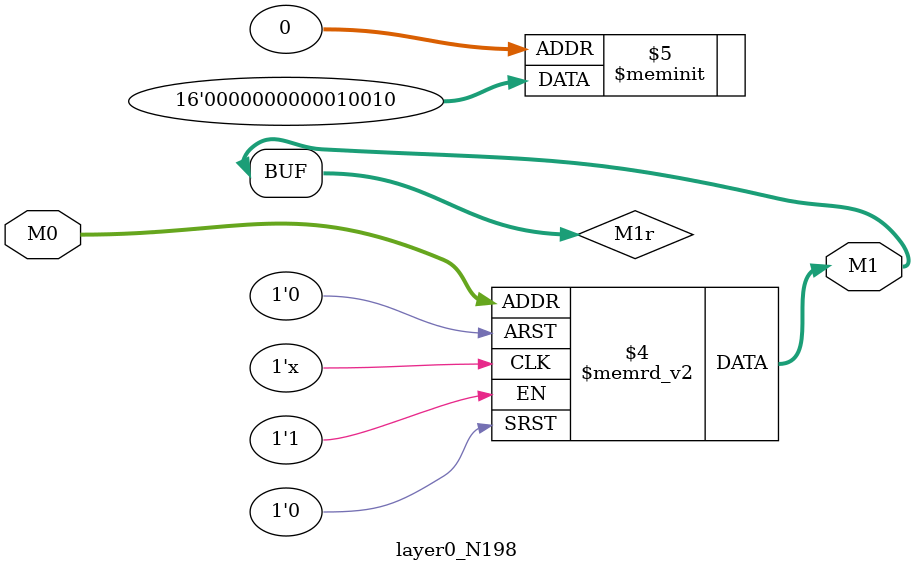
<source format=v>
module layer0_N198 ( input [2:0] M0, output [1:0] M1 );

	(*rom_style = "distributed" *) reg [1:0] M1r;
	assign M1 = M1r;
	always @ (M0) begin
		case (M0)
			3'b000: M1r = 2'b10;
			3'b100: M1r = 2'b00;
			3'b010: M1r = 2'b01;
			3'b110: M1r = 2'b00;
			3'b001: M1r = 2'b00;
			3'b101: M1r = 2'b00;
			3'b011: M1r = 2'b00;
			3'b111: M1r = 2'b00;

		endcase
	end
endmodule

</source>
